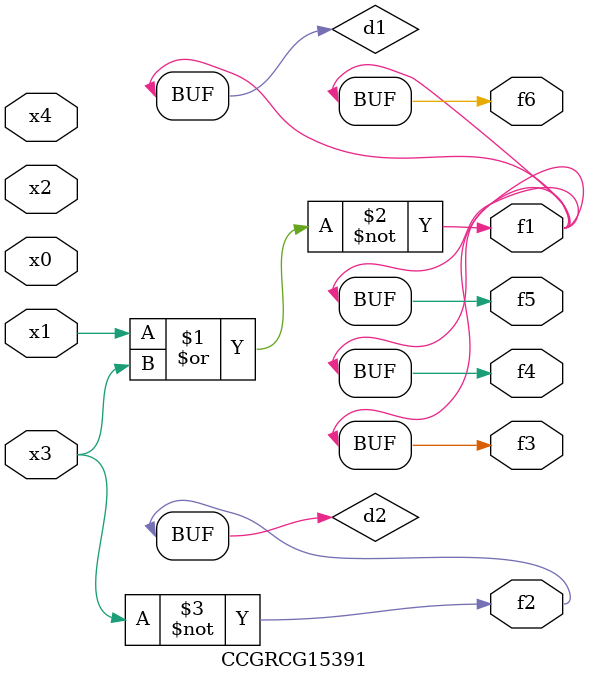
<source format=v>
module CCGRCG15391(
	input x0, x1, x2, x3, x4,
	output f1, f2, f3, f4, f5, f6
);

	wire d1, d2;

	nor (d1, x1, x3);
	not (d2, x3);
	assign f1 = d1;
	assign f2 = d2;
	assign f3 = d1;
	assign f4 = d1;
	assign f5 = d1;
	assign f6 = d1;
endmodule

</source>
